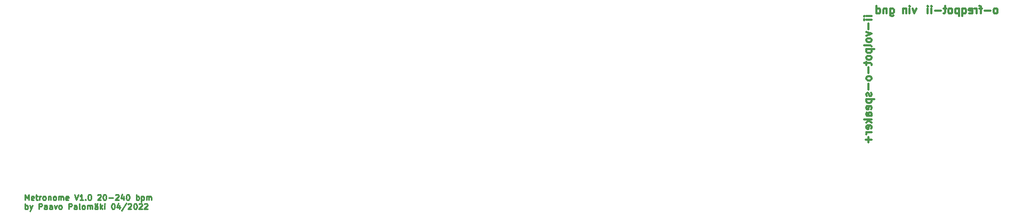
<source format=gbr>
%TF.GenerationSoftware,KiCad,Pcbnew,6.0.4-6f826c9f35~116~ubuntu20.04.1*%
%TF.CreationDate,2022-06-04T11:43:05+03:00*%
%TF.ProjectId,metronome,6d657472-6f6e-46f6-9d65-2e6b69636164,rev?*%
%TF.SameCoordinates,Original*%
%TF.FileFunction,Legend,Bot*%
%TF.FilePolarity,Positive*%
%FSLAX46Y46*%
G04 Gerber Fmt 4.6, Leading zero omitted, Abs format (unit mm)*
G04 Created by KiCad (PCBNEW 6.0.4-6f826c9f35~116~ubuntu20.04.1) date 2022-06-04 11:43:05*
%MOMM*%
%LPD*%
G01*
G04 APERTURE LIST*
%ADD10C,0.300000*%
%ADD11C,0.225000*%
G04 APERTURE END LIST*
D10*
X273347857Y-61542857D02*
X273462142Y-61485714D01*
X273519285Y-61428571D01*
X273576428Y-61314285D01*
X273576428Y-60971428D01*
X273519285Y-60857142D01*
X273462142Y-60800000D01*
X273347857Y-60742857D01*
X273176428Y-60742857D01*
X273062142Y-60800000D01*
X273005000Y-60857142D01*
X272947857Y-60971428D01*
X272947857Y-61314285D01*
X273005000Y-61428571D01*
X273062142Y-61485714D01*
X273176428Y-61542857D01*
X273347857Y-61542857D01*
X272433571Y-61085714D02*
X271519285Y-61085714D01*
X271119285Y-60742857D02*
X270662142Y-60742857D01*
X270947857Y-61542857D02*
X270947857Y-60514285D01*
X270890714Y-60400000D01*
X270776428Y-60342857D01*
X270662142Y-60342857D01*
X270262142Y-61542857D02*
X270262142Y-60742857D01*
X270262142Y-60971428D02*
X270205000Y-60857142D01*
X270147857Y-60800000D01*
X270033571Y-60742857D01*
X269919285Y-60742857D01*
X269062142Y-61485714D02*
X269176428Y-61542857D01*
X269405000Y-61542857D01*
X269519285Y-61485714D01*
X269576428Y-61371428D01*
X269576428Y-60914285D01*
X269519285Y-60800000D01*
X269405000Y-60742857D01*
X269176428Y-60742857D01*
X269062142Y-60800000D01*
X269005000Y-60914285D01*
X269005000Y-61028571D01*
X269576428Y-61142857D01*
X267976428Y-60742857D02*
X267976428Y-61942857D01*
X267976428Y-61485714D02*
X268090714Y-61542857D01*
X268319285Y-61542857D01*
X268433571Y-61485714D01*
X268490714Y-61428571D01*
X268547857Y-61314285D01*
X268547857Y-60971428D01*
X268490714Y-60857142D01*
X268433571Y-60800000D01*
X268319285Y-60742857D01*
X268090714Y-60742857D01*
X267976428Y-60800000D01*
X267405000Y-60742857D02*
X267405000Y-61942857D01*
X267405000Y-60800000D02*
X267290714Y-60742857D01*
X267062142Y-60742857D01*
X266947857Y-60800000D01*
X266890714Y-60857142D01*
X266833571Y-60971428D01*
X266833571Y-61314285D01*
X266890714Y-61428571D01*
X266947857Y-61485714D01*
X267062142Y-61542857D01*
X267290714Y-61542857D01*
X267405000Y-61485714D01*
X266147857Y-61542857D02*
X266262142Y-61485714D01*
X266319285Y-61428571D01*
X266376428Y-61314285D01*
X266376428Y-60971428D01*
X266319285Y-60857142D01*
X266262142Y-60800000D01*
X266147857Y-60742857D01*
X265976428Y-60742857D01*
X265862142Y-60800000D01*
X265805000Y-60857142D01*
X265747857Y-60971428D01*
X265747857Y-61314285D01*
X265805000Y-61428571D01*
X265862142Y-61485714D01*
X265976428Y-61542857D01*
X266147857Y-61542857D01*
X265405000Y-60742857D02*
X264947857Y-60742857D01*
X265233571Y-60342857D02*
X265233571Y-61371428D01*
X265176428Y-61485714D01*
X265062142Y-61542857D01*
X264947857Y-61542857D01*
X264547857Y-61085714D02*
X263633571Y-61085714D01*
X263062142Y-61542857D02*
X263062142Y-60742857D01*
X263062142Y-60342857D02*
X263119285Y-60400000D01*
X263062142Y-60457142D01*
X263005000Y-60400000D01*
X263062142Y-60342857D01*
X263062142Y-60457142D01*
X262490714Y-61542857D02*
X262490714Y-60742857D01*
X262490714Y-60342857D02*
X262547857Y-60400000D01*
X262490714Y-60457142D01*
X262433571Y-60400000D01*
X262490714Y-60342857D01*
X262490714Y-60457142D01*
X253542857Y-61980714D02*
X252742857Y-61980714D01*
X252342857Y-61980714D02*
X252400000Y-61923571D01*
X252457142Y-61980714D01*
X252400000Y-62037857D01*
X252342857Y-61980714D01*
X252457142Y-61980714D01*
X253542857Y-62552142D02*
X252742857Y-62552142D01*
X252342857Y-62552142D02*
X252400000Y-62495000D01*
X252457142Y-62552142D01*
X252400000Y-62609285D01*
X252342857Y-62552142D01*
X252457142Y-62552142D01*
X253085714Y-63123571D02*
X253085714Y-64037857D01*
X252742857Y-64495000D02*
X253542857Y-64780714D01*
X252742857Y-65066428D01*
X253542857Y-65695000D02*
X253485714Y-65580714D01*
X253428571Y-65523571D01*
X253314285Y-65466428D01*
X252971428Y-65466428D01*
X252857142Y-65523571D01*
X252800000Y-65580714D01*
X252742857Y-65695000D01*
X252742857Y-65866428D01*
X252800000Y-65980714D01*
X252857142Y-66037857D01*
X252971428Y-66095000D01*
X253314285Y-66095000D01*
X253428571Y-66037857D01*
X253485714Y-65980714D01*
X253542857Y-65866428D01*
X253542857Y-65695000D01*
X253542857Y-66780714D02*
X253485714Y-66666428D01*
X253371428Y-66609285D01*
X252342857Y-66609285D01*
X252742857Y-67237857D02*
X253942857Y-67237857D01*
X252800000Y-67237857D02*
X252742857Y-67352142D01*
X252742857Y-67580714D01*
X252800000Y-67695000D01*
X252857142Y-67752142D01*
X252971428Y-67809285D01*
X253314285Y-67809285D01*
X253428571Y-67752142D01*
X253485714Y-67695000D01*
X253542857Y-67580714D01*
X253542857Y-67352142D01*
X253485714Y-67237857D01*
X253542857Y-68495000D02*
X253485714Y-68380714D01*
X253428571Y-68323571D01*
X253314285Y-68266428D01*
X252971428Y-68266428D01*
X252857142Y-68323571D01*
X252800000Y-68380714D01*
X252742857Y-68495000D01*
X252742857Y-68666428D01*
X252800000Y-68780714D01*
X252857142Y-68837857D01*
X252971428Y-68895000D01*
X253314285Y-68895000D01*
X253428571Y-68837857D01*
X253485714Y-68780714D01*
X253542857Y-68666428D01*
X253542857Y-68495000D01*
X252742857Y-69237857D02*
X252742857Y-69695000D01*
X252342857Y-69409285D02*
X253371428Y-69409285D01*
X253485714Y-69466428D01*
X253542857Y-69580714D01*
X253542857Y-69695000D01*
X253085714Y-70095000D02*
X253085714Y-71009285D01*
X253542857Y-71752142D02*
X253485714Y-71637857D01*
X253428571Y-71580714D01*
X253314285Y-71523571D01*
X252971428Y-71523571D01*
X252857142Y-71580714D01*
X252800000Y-71637857D01*
X252742857Y-71752142D01*
X252742857Y-71923571D01*
X252800000Y-72037857D01*
X252857142Y-72095000D01*
X252971428Y-72152142D01*
X253314285Y-72152142D01*
X253428571Y-72095000D01*
X253485714Y-72037857D01*
X253542857Y-71923571D01*
X253542857Y-71752142D01*
X256505000Y-60742857D02*
X256505000Y-61714285D01*
X256562142Y-61828571D01*
X256619285Y-61885714D01*
X256733571Y-61942857D01*
X256905000Y-61942857D01*
X257019285Y-61885714D01*
X256505000Y-61485714D02*
X256619285Y-61542857D01*
X256847857Y-61542857D01*
X256962142Y-61485714D01*
X257019285Y-61428571D01*
X257076428Y-61314285D01*
X257076428Y-60971428D01*
X257019285Y-60857142D01*
X256962142Y-60800000D01*
X256847857Y-60742857D01*
X256619285Y-60742857D01*
X256505000Y-60800000D01*
X255933571Y-60742857D02*
X255933571Y-61542857D01*
X255933571Y-60857142D02*
X255876428Y-60800000D01*
X255762142Y-60742857D01*
X255590714Y-60742857D01*
X255476428Y-60800000D01*
X255419285Y-60914285D01*
X255419285Y-61542857D01*
X254333571Y-61542857D02*
X254333571Y-60342857D01*
X254333571Y-61485714D02*
X254447857Y-61542857D01*
X254676428Y-61542857D01*
X254790714Y-61485714D01*
X254847857Y-61428571D01*
X254905000Y-61314285D01*
X254905000Y-60971428D01*
X254847857Y-60857142D01*
X254790714Y-60800000D01*
X254676428Y-60742857D01*
X254447857Y-60742857D01*
X254333571Y-60800000D01*
X253085714Y-72730714D02*
X253085714Y-73645000D01*
X253485714Y-74159285D02*
X253542857Y-74273571D01*
X253542857Y-74502142D01*
X253485714Y-74616428D01*
X253371428Y-74673571D01*
X253314285Y-74673571D01*
X253200000Y-74616428D01*
X253142857Y-74502142D01*
X253142857Y-74330714D01*
X253085714Y-74216428D01*
X252971428Y-74159285D01*
X252914285Y-74159285D01*
X252800000Y-74216428D01*
X252742857Y-74330714D01*
X252742857Y-74502142D01*
X252800000Y-74616428D01*
X252742857Y-75187857D02*
X253942857Y-75187857D01*
X252800000Y-75187857D02*
X252742857Y-75302142D01*
X252742857Y-75530714D01*
X252800000Y-75645000D01*
X252857142Y-75702142D01*
X252971428Y-75759285D01*
X253314285Y-75759285D01*
X253428571Y-75702142D01*
X253485714Y-75645000D01*
X253542857Y-75530714D01*
X253542857Y-75302142D01*
X253485714Y-75187857D01*
X253485714Y-76730714D02*
X253542857Y-76616428D01*
X253542857Y-76387857D01*
X253485714Y-76273571D01*
X253371428Y-76216428D01*
X252914285Y-76216428D01*
X252800000Y-76273571D01*
X252742857Y-76387857D01*
X252742857Y-76616428D01*
X252800000Y-76730714D01*
X252914285Y-76787857D01*
X253028571Y-76787857D01*
X253142857Y-76216428D01*
X253542857Y-77816428D02*
X252914285Y-77816428D01*
X252800000Y-77759285D01*
X252742857Y-77645000D01*
X252742857Y-77416428D01*
X252800000Y-77302142D01*
X253485714Y-77816428D02*
X253542857Y-77702142D01*
X253542857Y-77416428D01*
X253485714Y-77302142D01*
X253371428Y-77245000D01*
X253257142Y-77245000D01*
X253142857Y-77302142D01*
X253085714Y-77416428D01*
X253085714Y-77702142D01*
X253028571Y-77816428D01*
X253542857Y-78387857D02*
X252342857Y-78387857D01*
X253085714Y-78502142D02*
X253542857Y-78845000D01*
X252742857Y-78845000D02*
X253200000Y-78387857D01*
X253485714Y-79816428D02*
X253542857Y-79702142D01*
X253542857Y-79473571D01*
X253485714Y-79359285D01*
X253371428Y-79302142D01*
X252914285Y-79302142D01*
X252800000Y-79359285D01*
X252742857Y-79473571D01*
X252742857Y-79702142D01*
X252800000Y-79816428D01*
X252914285Y-79873571D01*
X253028571Y-79873571D01*
X253142857Y-79302142D01*
X253542857Y-80387857D02*
X252742857Y-80387857D01*
X252971428Y-80387857D02*
X252857142Y-80445000D01*
X252800000Y-80502142D01*
X252742857Y-80616428D01*
X252742857Y-80730714D01*
X253085714Y-81130714D02*
X253085714Y-82045000D01*
X253542857Y-81587857D02*
X252628571Y-81587857D01*
D11*
X119110535Y-91182642D02*
X119110535Y-90282642D01*
X119410535Y-90925500D01*
X119710535Y-90282642D01*
X119710535Y-91182642D01*
X120481964Y-91139785D02*
X120396250Y-91182642D01*
X120224821Y-91182642D01*
X120139107Y-91139785D01*
X120096250Y-91054071D01*
X120096250Y-90711214D01*
X120139107Y-90625500D01*
X120224821Y-90582642D01*
X120396250Y-90582642D01*
X120481964Y-90625500D01*
X120524821Y-90711214D01*
X120524821Y-90796928D01*
X120096250Y-90882642D01*
X120781964Y-90582642D02*
X121124821Y-90582642D01*
X120910535Y-90282642D02*
X120910535Y-91054071D01*
X120953392Y-91139785D01*
X121039107Y-91182642D01*
X121124821Y-91182642D01*
X121424821Y-91182642D02*
X121424821Y-90582642D01*
X121424821Y-90754071D02*
X121467678Y-90668357D01*
X121510535Y-90625500D01*
X121596250Y-90582642D01*
X121681964Y-90582642D01*
X122110535Y-91182642D02*
X122024821Y-91139785D01*
X121981964Y-91096928D01*
X121939107Y-91011214D01*
X121939107Y-90754071D01*
X121981964Y-90668357D01*
X122024821Y-90625500D01*
X122110535Y-90582642D01*
X122239107Y-90582642D01*
X122324821Y-90625500D01*
X122367678Y-90668357D01*
X122410535Y-90754071D01*
X122410535Y-91011214D01*
X122367678Y-91096928D01*
X122324821Y-91139785D01*
X122239107Y-91182642D01*
X122110535Y-91182642D01*
X122796250Y-90582642D02*
X122796250Y-91182642D01*
X122796250Y-90668357D02*
X122839107Y-90625500D01*
X122924821Y-90582642D01*
X123053392Y-90582642D01*
X123139107Y-90625500D01*
X123181964Y-90711214D01*
X123181964Y-91182642D01*
X123739107Y-91182642D02*
X123653392Y-91139785D01*
X123610535Y-91096928D01*
X123567678Y-91011214D01*
X123567678Y-90754071D01*
X123610535Y-90668357D01*
X123653392Y-90625500D01*
X123739107Y-90582642D01*
X123867678Y-90582642D01*
X123953392Y-90625500D01*
X123996250Y-90668357D01*
X124039107Y-90754071D01*
X124039107Y-91011214D01*
X123996250Y-91096928D01*
X123953392Y-91139785D01*
X123867678Y-91182642D01*
X123739107Y-91182642D01*
X124424821Y-91182642D02*
X124424821Y-90582642D01*
X124424821Y-90668357D02*
X124467678Y-90625500D01*
X124553392Y-90582642D01*
X124681964Y-90582642D01*
X124767678Y-90625500D01*
X124810535Y-90711214D01*
X124810535Y-91182642D01*
X124810535Y-90711214D02*
X124853392Y-90625500D01*
X124939107Y-90582642D01*
X125067678Y-90582642D01*
X125153392Y-90625500D01*
X125196250Y-90711214D01*
X125196250Y-91182642D01*
X125967678Y-91139785D02*
X125881964Y-91182642D01*
X125710535Y-91182642D01*
X125624821Y-91139785D01*
X125581964Y-91054071D01*
X125581964Y-90711214D01*
X125624821Y-90625500D01*
X125710535Y-90582642D01*
X125881964Y-90582642D01*
X125967678Y-90625500D01*
X126010535Y-90711214D01*
X126010535Y-90796928D01*
X125581964Y-90882642D01*
X126953392Y-90282642D02*
X127253392Y-91182642D01*
X127553392Y-90282642D01*
X128324821Y-91182642D02*
X127810535Y-91182642D01*
X128067678Y-91182642D02*
X128067678Y-90282642D01*
X127981964Y-90411214D01*
X127896250Y-90496928D01*
X127810535Y-90539785D01*
X128710535Y-91096928D02*
X128753392Y-91139785D01*
X128710535Y-91182642D01*
X128667678Y-91139785D01*
X128710535Y-91096928D01*
X128710535Y-91182642D01*
X129310535Y-90282642D02*
X129396250Y-90282642D01*
X129481964Y-90325500D01*
X129524821Y-90368357D01*
X129567678Y-90454071D01*
X129610535Y-90625500D01*
X129610535Y-90839785D01*
X129567678Y-91011214D01*
X129524821Y-91096928D01*
X129481964Y-91139785D01*
X129396250Y-91182642D01*
X129310535Y-91182642D01*
X129224821Y-91139785D01*
X129181964Y-91096928D01*
X129139107Y-91011214D01*
X129096250Y-90839785D01*
X129096250Y-90625500D01*
X129139107Y-90454071D01*
X129181964Y-90368357D01*
X129224821Y-90325500D01*
X129310535Y-90282642D01*
X130639107Y-90368357D02*
X130681964Y-90325500D01*
X130767678Y-90282642D01*
X130981964Y-90282642D01*
X131067678Y-90325500D01*
X131110535Y-90368357D01*
X131153392Y-90454071D01*
X131153392Y-90539785D01*
X131110535Y-90668357D01*
X130596250Y-91182642D01*
X131153392Y-91182642D01*
X131710535Y-90282642D02*
X131796250Y-90282642D01*
X131881964Y-90325500D01*
X131924821Y-90368357D01*
X131967678Y-90454071D01*
X132010535Y-90625500D01*
X132010535Y-90839785D01*
X131967678Y-91011214D01*
X131924821Y-91096928D01*
X131881964Y-91139785D01*
X131796250Y-91182642D01*
X131710535Y-91182642D01*
X131624821Y-91139785D01*
X131581964Y-91096928D01*
X131539107Y-91011214D01*
X131496250Y-90839785D01*
X131496250Y-90625500D01*
X131539107Y-90454071D01*
X131581964Y-90368357D01*
X131624821Y-90325500D01*
X131710535Y-90282642D01*
X132396250Y-90839785D02*
X133081964Y-90839785D01*
X133467678Y-90368357D02*
X133510535Y-90325500D01*
X133596250Y-90282642D01*
X133810535Y-90282642D01*
X133896250Y-90325500D01*
X133939107Y-90368357D01*
X133981964Y-90454071D01*
X133981964Y-90539785D01*
X133939107Y-90668357D01*
X133424821Y-91182642D01*
X133981964Y-91182642D01*
X134753392Y-90582642D02*
X134753392Y-91182642D01*
X134539107Y-90239785D02*
X134324821Y-90882642D01*
X134881964Y-90882642D01*
X135396250Y-90282642D02*
X135481964Y-90282642D01*
X135567678Y-90325500D01*
X135610535Y-90368357D01*
X135653392Y-90454071D01*
X135696250Y-90625500D01*
X135696250Y-90839785D01*
X135653392Y-91011214D01*
X135610535Y-91096928D01*
X135567678Y-91139785D01*
X135481964Y-91182642D01*
X135396250Y-91182642D01*
X135310535Y-91139785D01*
X135267678Y-91096928D01*
X135224821Y-91011214D01*
X135181964Y-90839785D01*
X135181964Y-90625500D01*
X135224821Y-90454071D01*
X135267678Y-90368357D01*
X135310535Y-90325500D01*
X135396250Y-90282642D01*
X136767678Y-91182642D02*
X136767678Y-90282642D01*
X136767678Y-90625500D02*
X136853392Y-90582642D01*
X137024821Y-90582642D01*
X137110535Y-90625500D01*
X137153392Y-90668357D01*
X137196250Y-90754071D01*
X137196250Y-91011214D01*
X137153392Y-91096928D01*
X137110535Y-91139785D01*
X137024821Y-91182642D01*
X136853392Y-91182642D01*
X136767678Y-91139785D01*
X137581964Y-90582642D02*
X137581964Y-91482642D01*
X137581964Y-90625500D02*
X137667678Y-90582642D01*
X137839107Y-90582642D01*
X137924821Y-90625500D01*
X137967678Y-90668357D01*
X138010535Y-90754071D01*
X138010535Y-91011214D01*
X137967678Y-91096928D01*
X137924821Y-91139785D01*
X137839107Y-91182642D01*
X137667678Y-91182642D01*
X137581964Y-91139785D01*
X138396250Y-91182642D02*
X138396250Y-90582642D01*
X138396250Y-90668357D02*
X138439107Y-90625500D01*
X138524821Y-90582642D01*
X138653392Y-90582642D01*
X138739107Y-90625500D01*
X138781964Y-90711214D01*
X138781964Y-91182642D01*
X138781964Y-90711214D02*
X138824821Y-90625500D01*
X138910535Y-90582642D01*
X139039107Y-90582642D01*
X139124821Y-90625500D01*
X139167678Y-90711214D01*
X139167678Y-91182642D01*
X119110535Y-92631642D02*
X119110535Y-91731642D01*
X119110535Y-92074500D02*
X119196250Y-92031642D01*
X119367678Y-92031642D01*
X119453392Y-92074500D01*
X119496250Y-92117357D01*
X119539107Y-92203071D01*
X119539107Y-92460214D01*
X119496250Y-92545928D01*
X119453392Y-92588785D01*
X119367678Y-92631642D01*
X119196250Y-92631642D01*
X119110535Y-92588785D01*
X119839107Y-92031642D02*
X120053392Y-92631642D01*
X120267678Y-92031642D02*
X120053392Y-92631642D01*
X119967678Y-92845928D01*
X119924821Y-92888785D01*
X119839107Y-92931642D01*
X121296250Y-92631642D02*
X121296250Y-91731642D01*
X121639107Y-91731642D01*
X121724821Y-91774500D01*
X121767678Y-91817357D01*
X121810535Y-91903071D01*
X121810535Y-92031642D01*
X121767678Y-92117357D01*
X121724821Y-92160214D01*
X121639107Y-92203071D01*
X121296250Y-92203071D01*
X122581964Y-92631642D02*
X122581964Y-92160214D01*
X122539107Y-92074500D01*
X122453392Y-92031642D01*
X122281964Y-92031642D01*
X122196250Y-92074500D01*
X122581964Y-92588785D02*
X122496250Y-92631642D01*
X122281964Y-92631642D01*
X122196250Y-92588785D01*
X122153392Y-92503071D01*
X122153392Y-92417357D01*
X122196250Y-92331642D01*
X122281964Y-92288785D01*
X122496250Y-92288785D01*
X122581964Y-92245928D01*
X123396250Y-92631642D02*
X123396250Y-92160214D01*
X123353392Y-92074500D01*
X123267678Y-92031642D01*
X123096250Y-92031642D01*
X123010535Y-92074500D01*
X123396250Y-92588785D02*
X123310535Y-92631642D01*
X123096250Y-92631642D01*
X123010535Y-92588785D01*
X122967678Y-92503071D01*
X122967678Y-92417357D01*
X123010535Y-92331642D01*
X123096250Y-92288785D01*
X123310535Y-92288785D01*
X123396250Y-92245928D01*
X123739107Y-92031642D02*
X123953392Y-92631642D01*
X124167678Y-92031642D01*
X124639107Y-92631642D02*
X124553392Y-92588785D01*
X124510535Y-92545928D01*
X124467678Y-92460214D01*
X124467678Y-92203071D01*
X124510535Y-92117357D01*
X124553392Y-92074500D01*
X124639107Y-92031642D01*
X124767678Y-92031642D01*
X124853392Y-92074500D01*
X124896250Y-92117357D01*
X124939107Y-92203071D01*
X124939107Y-92460214D01*
X124896250Y-92545928D01*
X124853392Y-92588785D01*
X124767678Y-92631642D01*
X124639107Y-92631642D01*
X126010535Y-92631642D02*
X126010535Y-91731642D01*
X126353392Y-91731642D01*
X126439107Y-91774500D01*
X126481964Y-91817357D01*
X126524821Y-91903071D01*
X126524821Y-92031642D01*
X126481964Y-92117357D01*
X126439107Y-92160214D01*
X126353392Y-92203071D01*
X126010535Y-92203071D01*
X127296250Y-92631642D02*
X127296250Y-92160214D01*
X127253392Y-92074500D01*
X127167678Y-92031642D01*
X126996250Y-92031642D01*
X126910535Y-92074500D01*
X127296250Y-92588785D02*
X127210535Y-92631642D01*
X126996250Y-92631642D01*
X126910535Y-92588785D01*
X126867678Y-92503071D01*
X126867678Y-92417357D01*
X126910535Y-92331642D01*
X126996250Y-92288785D01*
X127210535Y-92288785D01*
X127296250Y-92245928D01*
X127853392Y-92631642D02*
X127767678Y-92588785D01*
X127724821Y-92503071D01*
X127724821Y-91731642D01*
X128324821Y-92631642D02*
X128239107Y-92588785D01*
X128196250Y-92545928D01*
X128153392Y-92460214D01*
X128153392Y-92203071D01*
X128196250Y-92117357D01*
X128239107Y-92074500D01*
X128324821Y-92031642D01*
X128453392Y-92031642D01*
X128539107Y-92074500D01*
X128581964Y-92117357D01*
X128624821Y-92203071D01*
X128624821Y-92460214D01*
X128581964Y-92545928D01*
X128539107Y-92588785D01*
X128453392Y-92631642D01*
X128324821Y-92631642D01*
X129010535Y-92631642D02*
X129010535Y-92031642D01*
X129010535Y-92117357D02*
X129053392Y-92074500D01*
X129139107Y-92031642D01*
X129267678Y-92031642D01*
X129353392Y-92074500D01*
X129396250Y-92160214D01*
X129396250Y-92631642D01*
X129396250Y-92160214D02*
X129439107Y-92074500D01*
X129524821Y-92031642D01*
X129653392Y-92031642D01*
X129739107Y-92074500D01*
X129781964Y-92160214D01*
X129781964Y-92631642D01*
X130596250Y-92631642D02*
X130596250Y-92160214D01*
X130553392Y-92074500D01*
X130467678Y-92031642D01*
X130296250Y-92031642D01*
X130210535Y-92074500D01*
X130596250Y-92588785D02*
X130510535Y-92631642D01*
X130296250Y-92631642D01*
X130210535Y-92588785D01*
X130167678Y-92503071D01*
X130167678Y-92417357D01*
X130210535Y-92331642D01*
X130296250Y-92288785D01*
X130510535Y-92288785D01*
X130596250Y-92245928D01*
X130210535Y-91731642D02*
X130253392Y-91774500D01*
X130210535Y-91817357D01*
X130167678Y-91774500D01*
X130210535Y-91731642D01*
X130210535Y-91817357D01*
X130553392Y-91731642D02*
X130596250Y-91774500D01*
X130553392Y-91817357D01*
X130510535Y-91774500D01*
X130553392Y-91731642D01*
X130553392Y-91817357D01*
X131024821Y-92631642D02*
X131024821Y-91731642D01*
X131110535Y-92288785D02*
X131367678Y-92631642D01*
X131367678Y-92031642D02*
X131024821Y-92374500D01*
X131753392Y-92631642D02*
X131753392Y-92031642D01*
X131753392Y-91731642D02*
X131710535Y-91774500D01*
X131753392Y-91817357D01*
X131796250Y-91774500D01*
X131753392Y-91731642D01*
X131753392Y-91817357D01*
X133039107Y-91731642D02*
X133124821Y-91731642D01*
X133210535Y-91774500D01*
X133253392Y-91817357D01*
X133296250Y-91903071D01*
X133339107Y-92074500D01*
X133339107Y-92288785D01*
X133296250Y-92460214D01*
X133253392Y-92545928D01*
X133210535Y-92588785D01*
X133124821Y-92631642D01*
X133039107Y-92631642D01*
X132953392Y-92588785D01*
X132910535Y-92545928D01*
X132867678Y-92460214D01*
X132824821Y-92288785D01*
X132824821Y-92074500D01*
X132867678Y-91903071D01*
X132910535Y-91817357D01*
X132953392Y-91774500D01*
X133039107Y-91731642D01*
X134110535Y-92031642D02*
X134110535Y-92631642D01*
X133896250Y-91688785D02*
X133681964Y-92331642D01*
X134239107Y-92331642D01*
X135224821Y-91688785D02*
X134453392Y-92845928D01*
X135481964Y-91817357D02*
X135524821Y-91774500D01*
X135610535Y-91731642D01*
X135824821Y-91731642D01*
X135910535Y-91774500D01*
X135953392Y-91817357D01*
X135996250Y-91903071D01*
X135996250Y-91988785D01*
X135953392Y-92117357D01*
X135439107Y-92631642D01*
X135996250Y-92631642D01*
X136553392Y-91731642D02*
X136639107Y-91731642D01*
X136724821Y-91774500D01*
X136767678Y-91817357D01*
X136810535Y-91903071D01*
X136853392Y-92074500D01*
X136853392Y-92288785D01*
X136810535Y-92460214D01*
X136767678Y-92545928D01*
X136724821Y-92588785D01*
X136639107Y-92631642D01*
X136553392Y-92631642D01*
X136467678Y-92588785D01*
X136424821Y-92545928D01*
X136381964Y-92460214D01*
X136339107Y-92288785D01*
X136339107Y-92074500D01*
X136381964Y-91903071D01*
X136424821Y-91817357D01*
X136467678Y-91774500D01*
X136553392Y-91731642D01*
X137196250Y-91817357D02*
X137239107Y-91774500D01*
X137324821Y-91731642D01*
X137539107Y-91731642D01*
X137624821Y-91774500D01*
X137667678Y-91817357D01*
X137710535Y-91903071D01*
X137710535Y-91988785D01*
X137667678Y-92117357D01*
X137153392Y-92631642D01*
X137710535Y-92631642D01*
X138053392Y-91817357D02*
X138096250Y-91774500D01*
X138181964Y-91731642D01*
X138396250Y-91731642D01*
X138481964Y-91774500D01*
X138524821Y-91817357D01*
X138567678Y-91903071D01*
X138567678Y-91988785D01*
X138524821Y-92117357D01*
X138010535Y-92631642D01*
X138567678Y-92631642D01*
D10*
X260633571Y-60742857D02*
X260347857Y-61542857D01*
X260062142Y-60742857D01*
X259605000Y-61542857D02*
X259605000Y-60742857D01*
X259605000Y-60342857D02*
X259662142Y-60400000D01*
X259605000Y-60457142D01*
X259547857Y-60400000D01*
X259605000Y-60342857D01*
X259605000Y-60457142D01*
X259033571Y-60742857D02*
X259033571Y-61542857D01*
X259033571Y-60857142D02*
X258976428Y-60800000D01*
X258862142Y-60742857D01*
X258690714Y-60742857D01*
X258576428Y-60800000D01*
X258519285Y-60914285D01*
X258519285Y-61542857D01*
M02*

</source>
